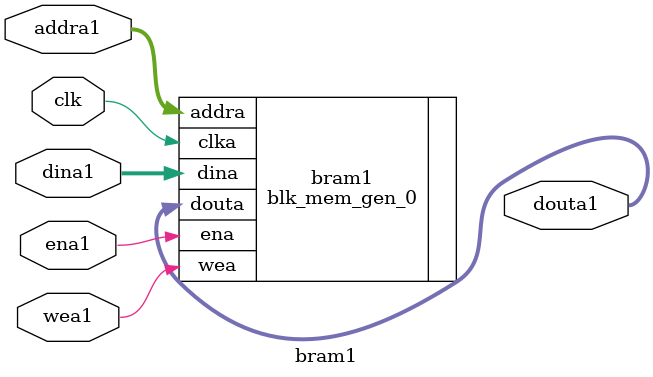
<source format=v>

module bram1(
input clk,
input ena1,
input wea1,
input [7 : 0]addra1,
input [15:0]dina1,
output [15:0]douta1
);
blk_mem_gen_0  bram1 (
  .clka(clk),    // input wire clka
  .ena(ena1),      // input wire ena
  .wea(wea1),      // input wire [0 : 0] wea
  .addra(addra1),  // input wire [7 : 0] addra
  .dina(dina1),    // input wire [15 : 0] dina
  .douta(douta1)  // output wire [15 : 0] douta
);
endmodule 
</source>
